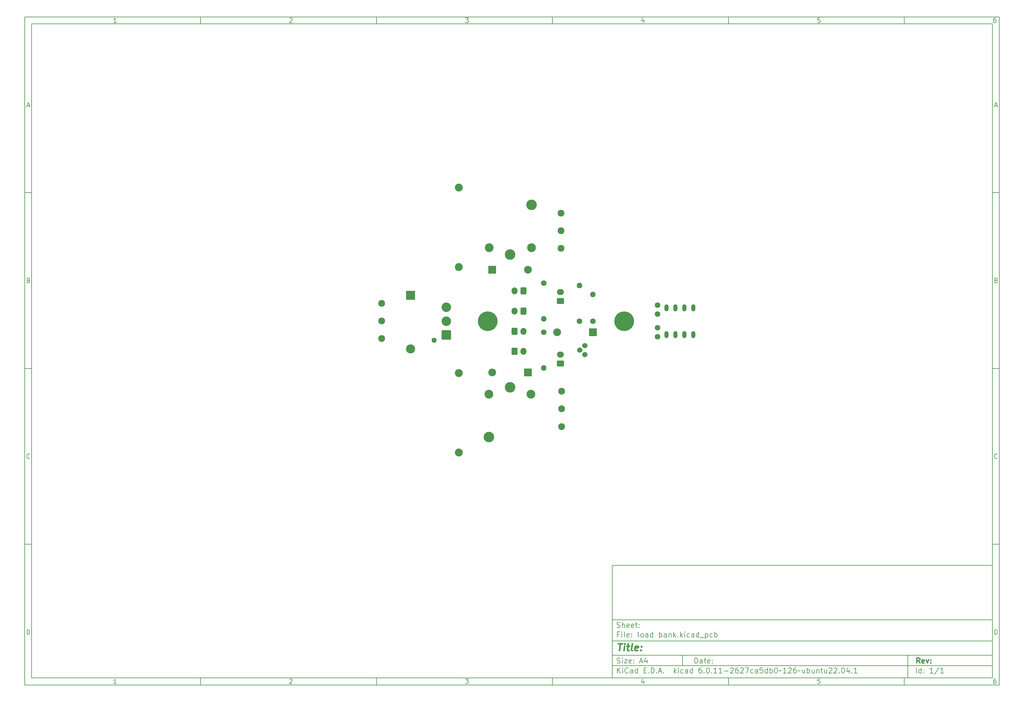
<source format=gbr>
%TF.GenerationSoftware,KiCad,Pcbnew,6.0.11-2627ca5db0~126~ubuntu22.04.1*%
%TF.CreationDate,2023-02-06T20:19:20-05:00*%
%TF.ProjectId,load bank,6c6f6164-2062-4616-9e6b-2e6b69636164,rev?*%
%TF.SameCoordinates,Original*%
%TF.FileFunction,Soldermask,Bot*%
%TF.FilePolarity,Negative*%
%FSLAX46Y46*%
G04 Gerber Fmt 4.6, Leading zero omitted, Abs format (unit mm)*
G04 Created by KiCad (PCBNEW 6.0.11-2627ca5db0~126~ubuntu22.04.1) date 2023-02-06 20:19:20*
%MOMM*%
%LPD*%
G01*
G04 APERTURE LIST*
G04 Aperture macros list*
%AMRoundRect*
0 Rectangle with rounded corners*
0 $1 Rounding radius*
0 $2 $3 $4 $5 $6 $7 $8 $9 X,Y pos of 4 corners*
0 Add a 4 corners polygon primitive as box body*
4,1,4,$2,$3,$4,$5,$6,$7,$8,$9,$2,$3,0*
0 Add four circle primitives for the rounded corners*
1,1,$1+$1,$2,$3*
1,1,$1+$1,$4,$5*
1,1,$1+$1,$6,$7*
1,1,$1+$1,$8,$9*
0 Add four rect primitives between the rounded corners*
20,1,$1+$1,$2,$3,$4,$5,0*
20,1,$1+$1,$4,$5,$6,$7,0*
20,1,$1+$1,$6,$7,$8,$9,0*
20,1,$1+$1,$8,$9,$2,$3,0*%
G04 Aperture macros list end*
%ADD10C,0.100000*%
%ADD11C,0.150000*%
%ADD12C,0.300000*%
%ADD13C,0.400000*%
%ADD14C,1.600000*%
%ADD15O,1.600000X1.600000*%
%ADD16RoundRect,0.250000X0.600000X0.750000X-0.600000X0.750000X-0.600000X-0.750000X0.600000X-0.750000X0*%
%ADD17O,1.700000X2.000000*%
%ADD18RoundRect,0.250000X-0.600000X-0.750000X0.600000X-0.750000X0.600000X0.750000X-0.600000X0.750000X0*%
%ADD19C,3.000000*%
%ADD20C,2.500000*%
%ADD21R,2.600000X2.600000*%
%ADD22O,2.600000X2.600000*%
%ADD23R,2.200000X2.200000*%
%ADD24O,2.200000X2.200000*%
%ADD25RoundRect,0.250000X0.750000X-0.600000X0.750000X0.600000X-0.750000X0.600000X-0.750000X-0.600000X0*%
%ADD26O,2.000000X1.700000*%
%ADD27C,1.950000*%
%ADD28C,2.250000*%
%ADD29C,1.510000*%
%ADD30O,1.200000X2.000000*%
%ADD31C,3.600000*%
%ADD32C,5.600000*%
%ADD33C,1.450000*%
%ADD34RoundRect,0.250001X1.099999X-1.099999X1.099999X1.099999X-1.099999X1.099999X-1.099999X-1.099999X0*%
%ADD35C,2.700000*%
G04 APERTURE END LIST*
D10*
D11*
X177002200Y-166007200D02*
X177002200Y-198007200D01*
X285002200Y-198007200D01*
X285002200Y-166007200D01*
X177002200Y-166007200D01*
D10*
D11*
X10000000Y-10000000D02*
X10000000Y-200007200D01*
X287002200Y-200007200D01*
X287002200Y-10000000D01*
X10000000Y-10000000D01*
D10*
D11*
X12000000Y-12000000D02*
X12000000Y-198007200D01*
X285002200Y-198007200D01*
X285002200Y-12000000D01*
X12000000Y-12000000D01*
D10*
D11*
X60000000Y-12000000D02*
X60000000Y-10000000D01*
D10*
D11*
X110000000Y-12000000D02*
X110000000Y-10000000D01*
D10*
D11*
X160000000Y-12000000D02*
X160000000Y-10000000D01*
D10*
D11*
X210000000Y-12000000D02*
X210000000Y-10000000D01*
D10*
D11*
X260000000Y-12000000D02*
X260000000Y-10000000D01*
D10*
D11*
X36065476Y-11588095D02*
X35322619Y-11588095D01*
X35694047Y-11588095D02*
X35694047Y-10288095D01*
X35570238Y-10473809D01*
X35446428Y-10597619D01*
X35322619Y-10659523D01*
D10*
D11*
X85322619Y-10411904D02*
X85384523Y-10350000D01*
X85508333Y-10288095D01*
X85817857Y-10288095D01*
X85941666Y-10350000D01*
X86003571Y-10411904D01*
X86065476Y-10535714D01*
X86065476Y-10659523D01*
X86003571Y-10845238D01*
X85260714Y-11588095D01*
X86065476Y-11588095D01*
D10*
D11*
X135260714Y-10288095D02*
X136065476Y-10288095D01*
X135632142Y-10783333D01*
X135817857Y-10783333D01*
X135941666Y-10845238D01*
X136003571Y-10907142D01*
X136065476Y-11030952D01*
X136065476Y-11340476D01*
X136003571Y-11464285D01*
X135941666Y-11526190D01*
X135817857Y-11588095D01*
X135446428Y-11588095D01*
X135322619Y-11526190D01*
X135260714Y-11464285D01*
D10*
D11*
X185941666Y-10721428D02*
X185941666Y-11588095D01*
X185632142Y-10226190D02*
X185322619Y-11154761D01*
X186127380Y-11154761D01*
D10*
D11*
X236003571Y-10288095D02*
X235384523Y-10288095D01*
X235322619Y-10907142D01*
X235384523Y-10845238D01*
X235508333Y-10783333D01*
X235817857Y-10783333D01*
X235941666Y-10845238D01*
X236003571Y-10907142D01*
X236065476Y-11030952D01*
X236065476Y-11340476D01*
X236003571Y-11464285D01*
X235941666Y-11526190D01*
X235817857Y-11588095D01*
X235508333Y-11588095D01*
X235384523Y-11526190D01*
X235322619Y-11464285D01*
D10*
D11*
X285941666Y-10288095D02*
X285694047Y-10288095D01*
X285570238Y-10350000D01*
X285508333Y-10411904D01*
X285384523Y-10597619D01*
X285322619Y-10845238D01*
X285322619Y-11340476D01*
X285384523Y-11464285D01*
X285446428Y-11526190D01*
X285570238Y-11588095D01*
X285817857Y-11588095D01*
X285941666Y-11526190D01*
X286003571Y-11464285D01*
X286065476Y-11340476D01*
X286065476Y-11030952D01*
X286003571Y-10907142D01*
X285941666Y-10845238D01*
X285817857Y-10783333D01*
X285570238Y-10783333D01*
X285446428Y-10845238D01*
X285384523Y-10907142D01*
X285322619Y-11030952D01*
D10*
D11*
X60000000Y-198007200D02*
X60000000Y-200007200D01*
D10*
D11*
X110000000Y-198007200D02*
X110000000Y-200007200D01*
D10*
D11*
X160000000Y-198007200D02*
X160000000Y-200007200D01*
D10*
D11*
X210000000Y-198007200D02*
X210000000Y-200007200D01*
D10*
D11*
X260000000Y-198007200D02*
X260000000Y-200007200D01*
D10*
D11*
X36065476Y-199595295D02*
X35322619Y-199595295D01*
X35694047Y-199595295D02*
X35694047Y-198295295D01*
X35570238Y-198481009D01*
X35446428Y-198604819D01*
X35322619Y-198666723D01*
D10*
D11*
X85322619Y-198419104D02*
X85384523Y-198357200D01*
X85508333Y-198295295D01*
X85817857Y-198295295D01*
X85941666Y-198357200D01*
X86003571Y-198419104D01*
X86065476Y-198542914D01*
X86065476Y-198666723D01*
X86003571Y-198852438D01*
X85260714Y-199595295D01*
X86065476Y-199595295D01*
D10*
D11*
X135260714Y-198295295D02*
X136065476Y-198295295D01*
X135632142Y-198790533D01*
X135817857Y-198790533D01*
X135941666Y-198852438D01*
X136003571Y-198914342D01*
X136065476Y-199038152D01*
X136065476Y-199347676D01*
X136003571Y-199471485D01*
X135941666Y-199533390D01*
X135817857Y-199595295D01*
X135446428Y-199595295D01*
X135322619Y-199533390D01*
X135260714Y-199471485D01*
D10*
D11*
X185941666Y-198728628D02*
X185941666Y-199595295D01*
X185632142Y-198233390D02*
X185322619Y-199161961D01*
X186127380Y-199161961D01*
D10*
D11*
X236003571Y-198295295D02*
X235384523Y-198295295D01*
X235322619Y-198914342D01*
X235384523Y-198852438D01*
X235508333Y-198790533D01*
X235817857Y-198790533D01*
X235941666Y-198852438D01*
X236003571Y-198914342D01*
X236065476Y-199038152D01*
X236065476Y-199347676D01*
X236003571Y-199471485D01*
X235941666Y-199533390D01*
X235817857Y-199595295D01*
X235508333Y-199595295D01*
X235384523Y-199533390D01*
X235322619Y-199471485D01*
D10*
D11*
X285941666Y-198295295D02*
X285694047Y-198295295D01*
X285570238Y-198357200D01*
X285508333Y-198419104D01*
X285384523Y-198604819D01*
X285322619Y-198852438D01*
X285322619Y-199347676D01*
X285384523Y-199471485D01*
X285446428Y-199533390D01*
X285570238Y-199595295D01*
X285817857Y-199595295D01*
X285941666Y-199533390D01*
X286003571Y-199471485D01*
X286065476Y-199347676D01*
X286065476Y-199038152D01*
X286003571Y-198914342D01*
X285941666Y-198852438D01*
X285817857Y-198790533D01*
X285570238Y-198790533D01*
X285446428Y-198852438D01*
X285384523Y-198914342D01*
X285322619Y-199038152D01*
D10*
D11*
X10000000Y-60000000D02*
X12000000Y-60000000D01*
D10*
D11*
X10000000Y-110000000D02*
X12000000Y-110000000D01*
D10*
D11*
X10000000Y-160000000D02*
X12000000Y-160000000D01*
D10*
D11*
X10690476Y-35216666D02*
X11309523Y-35216666D01*
X10566666Y-35588095D02*
X11000000Y-34288095D01*
X11433333Y-35588095D01*
D10*
D11*
X11092857Y-84907142D02*
X11278571Y-84969047D01*
X11340476Y-85030952D01*
X11402380Y-85154761D01*
X11402380Y-85340476D01*
X11340476Y-85464285D01*
X11278571Y-85526190D01*
X11154761Y-85588095D01*
X10659523Y-85588095D01*
X10659523Y-84288095D01*
X11092857Y-84288095D01*
X11216666Y-84350000D01*
X11278571Y-84411904D01*
X11340476Y-84535714D01*
X11340476Y-84659523D01*
X11278571Y-84783333D01*
X11216666Y-84845238D01*
X11092857Y-84907142D01*
X10659523Y-84907142D01*
D10*
D11*
X11402380Y-135464285D02*
X11340476Y-135526190D01*
X11154761Y-135588095D01*
X11030952Y-135588095D01*
X10845238Y-135526190D01*
X10721428Y-135402380D01*
X10659523Y-135278571D01*
X10597619Y-135030952D01*
X10597619Y-134845238D01*
X10659523Y-134597619D01*
X10721428Y-134473809D01*
X10845238Y-134350000D01*
X11030952Y-134288095D01*
X11154761Y-134288095D01*
X11340476Y-134350000D01*
X11402380Y-134411904D01*
D10*
D11*
X10659523Y-185588095D02*
X10659523Y-184288095D01*
X10969047Y-184288095D01*
X11154761Y-184350000D01*
X11278571Y-184473809D01*
X11340476Y-184597619D01*
X11402380Y-184845238D01*
X11402380Y-185030952D01*
X11340476Y-185278571D01*
X11278571Y-185402380D01*
X11154761Y-185526190D01*
X10969047Y-185588095D01*
X10659523Y-185588095D01*
D10*
D11*
X287002200Y-60000000D02*
X285002200Y-60000000D01*
D10*
D11*
X287002200Y-110000000D02*
X285002200Y-110000000D01*
D10*
D11*
X287002200Y-160000000D02*
X285002200Y-160000000D01*
D10*
D11*
X285692676Y-35216666D02*
X286311723Y-35216666D01*
X285568866Y-35588095D02*
X286002200Y-34288095D01*
X286435533Y-35588095D01*
D10*
D11*
X286095057Y-84907142D02*
X286280771Y-84969047D01*
X286342676Y-85030952D01*
X286404580Y-85154761D01*
X286404580Y-85340476D01*
X286342676Y-85464285D01*
X286280771Y-85526190D01*
X286156961Y-85588095D01*
X285661723Y-85588095D01*
X285661723Y-84288095D01*
X286095057Y-84288095D01*
X286218866Y-84350000D01*
X286280771Y-84411904D01*
X286342676Y-84535714D01*
X286342676Y-84659523D01*
X286280771Y-84783333D01*
X286218866Y-84845238D01*
X286095057Y-84907142D01*
X285661723Y-84907142D01*
D10*
D11*
X286404580Y-135464285D02*
X286342676Y-135526190D01*
X286156961Y-135588095D01*
X286033152Y-135588095D01*
X285847438Y-135526190D01*
X285723628Y-135402380D01*
X285661723Y-135278571D01*
X285599819Y-135030952D01*
X285599819Y-134845238D01*
X285661723Y-134597619D01*
X285723628Y-134473809D01*
X285847438Y-134350000D01*
X286033152Y-134288095D01*
X286156961Y-134288095D01*
X286342676Y-134350000D01*
X286404580Y-134411904D01*
D10*
D11*
X285661723Y-185588095D02*
X285661723Y-184288095D01*
X285971247Y-184288095D01*
X286156961Y-184350000D01*
X286280771Y-184473809D01*
X286342676Y-184597619D01*
X286404580Y-184845238D01*
X286404580Y-185030952D01*
X286342676Y-185278571D01*
X286280771Y-185402380D01*
X286156961Y-185526190D01*
X285971247Y-185588095D01*
X285661723Y-185588095D01*
D10*
D11*
X200434342Y-193785771D02*
X200434342Y-192285771D01*
X200791485Y-192285771D01*
X201005771Y-192357200D01*
X201148628Y-192500057D01*
X201220057Y-192642914D01*
X201291485Y-192928628D01*
X201291485Y-193142914D01*
X201220057Y-193428628D01*
X201148628Y-193571485D01*
X201005771Y-193714342D01*
X200791485Y-193785771D01*
X200434342Y-193785771D01*
X202577200Y-193785771D02*
X202577200Y-193000057D01*
X202505771Y-192857200D01*
X202362914Y-192785771D01*
X202077200Y-192785771D01*
X201934342Y-192857200D01*
X202577200Y-193714342D02*
X202434342Y-193785771D01*
X202077200Y-193785771D01*
X201934342Y-193714342D01*
X201862914Y-193571485D01*
X201862914Y-193428628D01*
X201934342Y-193285771D01*
X202077200Y-193214342D01*
X202434342Y-193214342D01*
X202577200Y-193142914D01*
X203077200Y-192785771D02*
X203648628Y-192785771D01*
X203291485Y-192285771D02*
X203291485Y-193571485D01*
X203362914Y-193714342D01*
X203505771Y-193785771D01*
X203648628Y-193785771D01*
X204720057Y-193714342D02*
X204577200Y-193785771D01*
X204291485Y-193785771D01*
X204148628Y-193714342D01*
X204077200Y-193571485D01*
X204077200Y-193000057D01*
X204148628Y-192857200D01*
X204291485Y-192785771D01*
X204577200Y-192785771D01*
X204720057Y-192857200D01*
X204791485Y-193000057D01*
X204791485Y-193142914D01*
X204077200Y-193285771D01*
X205434342Y-193642914D02*
X205505771Y-193714342D01*
X205434342Y-193785771D01*
X205362914Y-193714342D01*
X205434342Y-193642914D01*
X205434342Y-193785771D01*
X205434342Y-192857200D02*
X205505771Y-192928628D01*
X205434342Y-193000057D01*
X205362914Y-192928628D01*
X205434342Y-192857200D01*
X205434342Y-193000057D01*
D10*
D11*
X177002200Y-194507200D02*
X285002200Y-194507200D01*
D10*
D11*
X178434342Y-196585771D02*
X178434342Y-195085771D01*
X179291485Y-196585771D02*
X178648628Y-195728628D01*
X179291485Y-195085771D02*
X178434342Y-195942914D01*
X179934342Y-196585771D02*
X179934342Y-195585771D01*
X179934342Y-195085771D02*
X179862914Y-195157200D01*
X179934342Y-195228628D01*
X180005771Y-195157200D01*
X179934342Y-195085771D01*
X179934342Y-195228628D01*
X181505771Y-196442914D02*
X181434342Y-196514342D01*
X181220057Y-196585771D01*
X181077200Y-196585771D01*
X180862914Y-196514342D01*
X180720057Y-196371485D01*
X180648628Y-196228628D01*
X180577200Y-195942914D01*
X180577200Y-195728628D01*
X180648628Y-195442914D01*
X180720057Y-195300057D01*
X180862914Y-195157200D01*
X181077200Y-195085771D01*
X181220057Y-195085771D01*
X181434342Y-195157200D01*
X181505771Y-195228628D01*
X182791485Y-196585771D02*
X182791485Y-195800057D01*
X182720057Y-195657200D01*
X182577200Y-195585771D01*
X182291485Y-195585771D01*
X182148628Y-195657200D01*
X182791485Y-196514342D02*
X182648628Y-196585771D01*
X182291485Y-196585771D01*
X182148628Y-196514342D01*
X182077200Y-196371485D01*
X182077200Y-196228628D01*
X182148628Y-196085771D01*
X182291485Y-196014342D01*
X182648628Y-196014342D01*
X182791485Y-195942914D01*
X184148628Y-196585771D02*
X184148628Y-195085771D01*
X184148628Y-196514342D02*
X184005771Y-196585771D01*
X183720057Y-196585771D01*
X183577200Y-196514342D01*
X183505771Y-196442914D01*
X183434342Y-196300057D01*
X183434342Y-195871485D01*
X183505771Y-195728628D01*
X183577200Y-195657200D01*
X183720057Y-195585771D01*
X184005771Y-195585771D01*
X184148628Y-195657200D01*
X186005771Y-195800057D02*
X186505771Y-195800057D01*
X186720057Y-196585771D02*
X186005771Y-196585771D01*
X186005771Y-195085771D01*
X186720057Y-195085771D01*
X187362914Y-196442914D02*
X187434342Y-196514342D01*
X187362914Y-196585771D01*
X187291485Y-196514342D01*
X187362914Y-196442914D01*
X187362914Y-196585771D01*
X188077200Y-196585771D02*
X188077200Y-195085771D01*
X188434342Y-195085771D01*
X188648628Y-195157200D01*
X188791485Y-195300057D01*
X188862914Y-195442914D01*
X188934342Y-195728628D01*
X188934342Y-195942914D01*
X188862914Y-196228628D01*
X188791485Y-196371485D01*
X188648628Y-196514342D01*
X188434342Y-196585771D01*
X188077200Y-196585771D01*
X189577200Y-196442914D02*
X189648628Y-196514342D01*
X189577200Y-196585771D01*
X189505771Y-196514342D01*
X189577200Y-196442914D01*
X189577200Y-196585771D01*
X190220057Y-196157200D02*
X190934342Y-196157200D01*
X190077200Y-196585771D02*
X190577200Y-195085771D01*
X191077200Y-196585771D01*
X191577200Y-196442914D02*
X191648628Y-196514342D01*
X191577200Y-196585771D01*
X191505771Y-196514342D01*
X191577200Y-196442914D01*
X191577200Y-196585771D01*
X194577200Y-196585771D02*
X194577200Y-195085771D01*
X194720057Y-196014342D02*
X195148628Y-196585771D01*
X195148628Y-195585771D02*
X194577200Y-196157200D01*
X195791485Y-196585771D02*
X195791485Y-195585771D01*
X195791485Y-195085771D02*
X195720057Y-195157200D01*
X195791485Y-195228628D01*
X195862914Y-195157200D01*
X195791485Y-195085771D01*
X195791485Y-195228628D01*
X197148628Y-196514342D02*
X197005771Y-196585771D01*
X196720057Y-196585771D01*
X196577200Y-196514342D01*
X196505771Y-196442914D01*
X196434342Y-196300057D01*
X196434342Y-195871485D01*
X196505771Y-195728628D01*
X196577200Y-195657200D01*
X196720057Y-195585771D01*
X197005771Y-195585771D01*
X197148628Y-195657200D01*
X198434342Y-196585771D02*
X198434342Y-195800057D01*
X198362914Y-195657200D01*
X198220057Y-195585771D01*
X197934342Y-195585771D01*
X197791485Y-195657200D01*
X198434342Y-196514342D02*
X198291485Y-196585771D01*
X197934342Y-196585771D01*
X197791485Y-196514342D01*
X197720057Y-196371485D01*
X197720057Y-196228628D01*
X197791485Y-196085771D01*
X197934342Y-196014342D01*
X198291485Y-196014342D01*
X198434342Y-195942914D01*
X199791485Y-196585771D02*
X199791485Y-195085771D01*
X199791485Y-196514342D02*
X199648628Y-196585771D01*
X199362914Y-196585771D01*
X199220057Y-196514342D01*
X199148628Y-196442914D01*
X199077200Y-196300057D01*
X199077200Y-195871485D01*
X199148628Y-195728628D01*
X199220057Y-195657200D01*
X199362914Y-195585771D01*
X199648628Y-195585771D01*
X199791485Y-195657200D01*
X202291485Y-195085771D02*
X202005771Y-195085771D01*
X201862914Y-195157200D01*
X201791485Y-195228628D01*
X201648628Y-195442914D01*
X201577200Y-195728628D01*
X201577200Y-196300057D01*
X201648628Y-196442914D01*
X201720057Y-196514342D01*
X201862914Y-196585771D01*
X202148628Y-196585771D01*
X202291485Y-196514342D01*
X202362914Y-196442914D01*
X202434342Y-196300057D01*
X202434342Y-195942914D01*
X202362914Y-195800057D01*
X202291485Y-195728628D01*
X202148628Y-195657200D01*
X201862914Y-195657200D01*
X201720057Y-195728628D01*
X201648628Y-195800057D01*
X201577200Y-195942914D01*
X203077200Y-196442914D02*
X203148628Y-196514342D01*
X203077200Y-196585771D01*
X203005771Y-196514342D01*
X203077200Y-196442914D01*
X203077200Y-196585771D01*
X204077200Y-195085771D02*
X204220057Y-195085771D01*
X204362914Y-195157200D01*
X204434342Y-195228628D01*
X204505771Y-195371485D01*
X204577200Y-195657200D01*
X204577200Y-196014342D01*
X204505771Y-196300057D01*
X204434342Y-196442914D01*
X204362914Y-196514342D01*
X204220057Y-196585771D01*
X204077200Y-196585771D01*
X203934342Y-196514342D01*
X203862914Y-196442914D01*
X203791485Y-196300057D01*
X203720057Y-196014342D01*
X203720057Y-195657200D01*
X203791485Y-195371485D01*
X203862914Y-195228628D01*
X203934342Y-195157200D01*
X204077200Y-195085771D01*
X205220057Y-196442914D02*
X205291485Y-196514342D01*
X205220057Y-196585771D01*
X205148628Y-196514342D01*
X205220057Y-196442914D01*
X205220057Y-196585771D01*
X206720057Y-196585771D02*
X205862914Y-196585771D01*
X206291485Y-196585771D02*
X206291485Y-195085771D01*
X206148628Y-195300057D01*
X206005771Y-195442914D01*
X205862914Y-195514342D01*
X208148628Y-196585771D02*
X207291485Y-196585771D01*
X207720057Y-196585771D02*
X207720057Y-195085771D01*
X207577200Y-195300057D01*
X207434342Y-195442914D01*
X207291485Y-195514342D01*
X208791485Y-196014342D02*
X209934342Y-196014342D01*
X210577200Y-195228628D02*
X210648628Y-195157200D01*
X210791485Y-195085771D01*
X211148628Y-195085771D01*
X211291485Y-195157200D01*
X211362914Y-195228628D01*
X211434342Y-195371485D01*
X211434342Y-195514342D01*
X211362914Y-195728628D01*
X210505771Y-196585771D01*
X211434342Y-196585771D01*
X212720057Y-195085771D02*
X212434342Y-195085771D01*
X212291485Y-195157200D01*
X212220057Y-195228628D01*
X212077200Y-195442914D01*
X212005771Y-195728628D01*
X212005771Y-196300057D01*
X212077200Y-196442914D01*
X212148628Y-196514342D01*
X212291485Y-196585771D01*
X212577200Y-196585771D01*
X212720057Y-196514342D01*
X212791485Y-196442914D01*
X212862914Y-196300057D01*
X212862914Y-195942914D01*
X212791485Y-195800057D01*
X212720057Y-195728628D01*
X212577200Y-195657200D01*
X212291485Y-195657200D01*
X212148628Y-195728628D01*
X212077200Y-195800057D01*
X212005771Y-195942914D01*
X213434342Y-195228628D02*
X213505771Y-195157200D01*
X213648628Y-195085771D01*
X214005771Y-195085771D01*
X214148628Y-195157200D01*
X214220057Y-195228628D01*
X214291485Y-195371485D01*
X214291485Y-195514342D01*
X214220057Y-195728628D01*
X213362914Y-196585771D01*
X214291485Y-196585771D01*
X214791485Y-195085771D02*
X215791485Y-195085771D01*
X215148628Y-196585771D01*
X217005771Y-196514342D02*
X216862914Y-196585771D01*
X216577200Y-196585771D01*
X216434342Y-196514342D01*
X216362914Y-196442914D01*
X216291485Y-196300057D01*
X216291485Y-195871485D01*
X216362914Y-195728628D01*
X216434342Y-195657200D01*
X216577200Y-195585771D01*
X216862914Y-195585771D01*
X217005771Y-195657200D01*
X218291485Y-196585771D02*
X218291485Y-195800057D01*
X218220057Y-195657200D01*
X218077200Y-195585771D01*
X217791485Y-195585771D01*
X217648628Y-195657200D01*
X218291485Y-196514342D02*
X218148628Y-196585771D01*
X217791485Y-196585771D01*
X217648628Y-196514342D01*
X217577200Y-196371485D01*
X217577200Y-196228628D01*
X217648628Y-196085771D01*
X217791485Y-196014342D01*
X218148628Y-196014342D01*
X218291485Y-195942914D01*
X219720057Y-195085771D02*
X219005771Y-195085771D01*
X218934342Y-195800057D01*
X219005771Y-195728628D01*
X219148628Y-195657200D01*
X219505771Y-195657200D01*
X219648628Y-195728628D01*
X219720057Y-195800057D01*
X219791485Y-195942914D01*
X219791485Y-196300057D01*
X219720057Y-196442914D01*
X219648628Y-196514342D01*
X219505771Y-196585771D01*
X219148628Y-196585771D01*
X219005771Y-196514342D01*
X218934342Y-196442914D01*
X221077200Y-196585771D02*
X221077200Y-195085771D01*
X221077200Y-196514342D02*
X220934342Y-196585771D01*
X220648628Y-196585771D01*
X220505771Y-196514342D01*
X220434342Y-196442914D01*
X220362914Y-196300057D01*
X220362914Y-195871485D01*
X220434342Y-195728628D01*
X220505771Y-195657200D01*
X220648628Y-195585771D01*
X220934342Y-195585771D01*
X221077200Y-195657200D01*
X221791485Y-196585771D02*
X221791485Y-195085771D01*
X221791485Y-195657200D02*
X221934342Y-195585771D01*
X222220057Y-195585771D01*
X222362914Y-195657200D01*
X222434342Y-195728628D01*
X222505771Y-195871485D01*
X222505771Y-196300057D01*
X222434342Y-196442914D01*
X222362914Y-196514342D01*
X222220057Y-196585771D01*
X221934342Y-196585771D01*
X221791485Y-196514342D01*
X223434342Y-195085771D02*
X223577200Y-195085771D01*
X223720057Y-195157200D01*
X223791485Y-195228628D01*
X223862914Y-195371485D01*
X223934342Y-195657200D01*
X223934342Y-196014342D01*
X223862914Y-196300057D01*
X223791485Y-196442914D01*
X223720057Y-196514342D01*
X223577200Y-196585771D01*
X223434342Y-196585771D01*
X223291485Y-196514342D01*
X223220057Y-196442914D01*
X223148628Y-196300057D01*
X223077200Y-196014342D01*
X223077200Y-195657200D01*
X223148628Y-195371485D01*
X223220057Y-195228628D01*
X223291485Y-195157200D01*
X223434342Y-195085771D01*
X224362914Y-196014342D02*
X224434342Y-195942914D01*
X224577200Y-195871485D01*
X224862914Y-196014342D01*
X225005771Y-195942914D01*
X225077200Y-195871485D01*
X226434342Y-196585771D02*
X225577200Y-196585771D01*
X226005771Y-196585771D02*
X226005771Y-195085771D01*
X225862914Y-195300057D01*
X225720057Y-195442914D01*
X225577200Y-195514342D01*
X227005771Y-195228628D02*
X227077200Y-195157200D01*
X227220057Y-195085771D01*
X227577200Y-195085771D01*
X227720057Y-195157200D01*
X227791485Y-195228628D01*
X227862914Y-195371485D01*
X227862914Y-195514342D01*
X227791485Y-195728628D01*
X226934342Y-196585771D01*
X227862914Y-196585771D01*
X229148628Y-195085771D02*
X228862914Y-195085771D01*
X228720057Y-195157200D01*
X228648628Y-195228628D01*
X228505771Y-195442914D01*
X228434342Y-195728628D01*
X228434342Y-196300057D01*
X228505771Y-196442914D01*
X228577199Y-196514342D01*
X228720057Y-196585771D01*
X229005771Y-196585771D01*
X229148628Y-196514342D01*
X229220057Y-196442914D01*
X229291485Y-196300057D01*
X229291485Y-195942914D01*
X229220057Y-195800057D01*
X229148628Y-195728628D01*
X229005771Y-195657200D01*
X228720057Y-195657200D01*
X228577199Y-195728628D01*
X228505771Y-195800057D01*
X228434342Y-195942914D01*
X229720057Y-196014342D02*
X229791485Y-195942914D01*
X229934342Y-195871485D01*
X230220057Y-196014342D01*
X230362914Y-195942914D01*
X230434342Y-195871485D01*
X231648628Y-195585771D02*
X231648628Y-196585771D01*
X231005771Y-195585771D02*
X231005771Y-196371485D01*
X231077199Y-196514342D01*
X231220057Y-196585771D01*
X231434342Y-196585771D01*
X231577199Y-196514342D01*
X231648628Y-196442914D01*
X232362914Y-196585771D02*
X232362914Y-195085771D01*
X232362914Y-195657200D02*
X232505771Y-195585771D01*
X232791485Y-195585771D01*
X232934342Y-195657200D01*
X233005771Y-195728628D01*
X233077200Y-195871485D01*
X233077200Y-196300057D01*
X233005771Y-196442914D01*
X232934342Y-196514342D01*
X232791485Y-196585771D01*
X232505771Y-196585771D01*
X232362914Y-196514342D01*
X234362914Y-195585771D02*
X234362914Y-196585771D01*
X233720057Y-195585771D02*
X233720057Y-196371485D01*
X233791485Y-196514342D01*
X233934342Y-196585771D01*
X234148628Y-196585771D01*
X234291485Y-196514342D01*
X234362914Y-196442914D01*
X235077200Y-195585771D02*
X235077200Y-196585771D01*
X235077200Y-195728628D02*
X235148628Y-195657200D01*
X235291485Y-195585771D01*
X235505771Y-195585771D01*
X235648628Y-195657200D01*
X235720057Y-195800057D01*
X235720057Y-196585771D01*
X236220057Y-195585771D02*
X236791485Y-195585771D01*
X236434342Y-195085771D02*
X236434342Y-196371485D01*
X236505771Y-196514342D01*
X236648628Y-196585771D01*
X236791485Y-196585771D01*
X237934342Y-195585771D02*
X237934342Y-196585771D01*
X237291485Y-195585771D02*
X237291485Y-196371485D01*
X237362914Y-196514342D01*
X237505771Y-196585771D01*
X237720057Y-196585771D01*
X237862914Y-196514342D01*
X237934342Y-196442914D01*
X238577200Y-195228628D02*
X238648628Y-195157200D01*
X238791485Y-195085771D01*
X239148628Y-195085771D01*
X239291485Y-195157200D01*
X239362914Y-195228628D01*
X239434342Y-195371485D01*
X239434342Y-195514342D01*
X239362914Y-195728628D01*
X238505771Y-196585771D01*
X239434342Y-196585771D01*
X240005771Y-195228628D02*
X240077200Y-195157200D01*
X240220057Y-195085771D01*
X240577200Y-195085771D01*
X240720057Y-195157200D01*
X240791485Y-195228628D01*
X240862914Y-195371485D01*
X240862914Y-195514342D01*
X240791485Y-195728628D01*
X239934342Y-196585771D01*
X240862914Y-196585771D01*
X241505771Y-196442914D02*
X241577199Y-196514342D01*
X241505771Y-196585771D01*
X241434342Y-196514342D01*
X241505771Y-196442914D01*
X241505771Y-196585771D01*
X242505771Y-195085771D02*
X242648628Y-195085771D01*
X242791485Y-195157200D01*
X242862914Y-195228628D01*
X242934342Y-195371485D01*
X243005771Y-195657200D01*
X243005771Y-196014342D01*
X242934342Y-196300057D01*
X242862914Y-196442914D01*
X242791485Y-196514342D01*
X242648628Y-196585771D01*
X242505771Y-196585771D01*
X242362914Y-196514342D01*
X242291485Y-196442914D01*
X242220057Y-196300057D01*
X242148628Y-196014342D01*
X242148628Y-195657200D01*
X242220057Y-195371485D01*
X242291485Y-195228628D01*
X242362914Y-195157200D01*
X242505771Y-195085771D01*
X244291485Y-195585771D02*
X244291485Y-196585771D01*
X243934342Y-195014342D02*
X243577199Y-196085771D01*
X244505771Y-196085771D01*
X245077199Y-196442914D02*
X245148628Y-196514342D01*
X245077199Y-196585771D01*
X245005771Y-196514342D01*
X245077199Y-196442914D01*
X245077199Y-196585771D01*
X246577200Y-196585771D02*
X245720057Y-196585771D01*
X246148628Y-196585771D02*
X246148628Y-195085771D01*
X246005771Y-195300057D01*
X245862914Y-195442914D01*
X245720057Y-195514342D01*
D10*
D11*
X177002200Y-191507200D02*
X285002200Y-191507200D01*
D10*
D12*
X264411485Y-193785771D02*
X263911485Y-193071485D01*
X263554342Y-193785771D02*
X263554342Y-192285771D01*
X264125771Y-192285771D01*
X264268628Y-192357200D01*
X264340057Y-192428628D01*
X264411485Y-192571485D01*
X264411485Y-192785771D01*
X264340057Y-192928628D01*
X264268628Y-193000057D01*
X264125771Y-193071485D01*
X263554342Y-193071485D01*
X265625771Y-193714342D02*
X265482914Y-193785771D01*
X265197200Y-193785771D01*
X265054342Y-193714342D01*
X264982914Y-193571485D01*
X264982914Y-193000057D01*
X265054342Y-192857200D01*
X265197200Y-192785771D01*
X265482914Y-192785771D01*
X265625771Y-192857200D01*
X265697200Y-193000057D01*
X265697200Y-193142914D01*
X264982914Y-193285771D01*
X266197200Y-192785771D02*
X266554342Y-193785771D01*
X266911485Y-192785771D01*
X267482914Y-193642914D02*
X267554342Y-193714342D01*
X267482914Y-193785771D01*
X267411485Y-193714342D01*
X267482914Y-193642914D01*
X267482914Y-193785771D01*
X267482914Y-192857200D02*
X267554342Y-192928628D01*
X267482914Y-193000057D01*
X267411485Y-192928628D01*
X267482914Y-192857200D01*
X267482914Y-193000057D01*
D10*
D11*
X178362914Y-193714342D02*
X178577200Y-193785771D01*
X178934342Y-193785771D01*
X179077200Y-193714342D01*
X179148628Y-193642914D01*
X179220057Y-193500057D01*
X179220057Y-193357200D01*
X179148628Y-193214342D01*
X179077200Y-193142914D01*
X178934342Y-193071485D01*
X178648628Y-193000057D01*
X178505771Y-192928628D01*
X178434342Y-192857200D01*
X178362914Y-192714342D01*
X178362914Y-192571485D01*
X178434342Y-192428628D01*
X178505771Y-192357200D01*
X178648628Y-192285771D01*
X179005771Y-192285771D01*
X179220057Y-192357200D01*
X179862914Y-193785771D02*
X179862914Y-192785771D01*
X179862914Y-192285771D02*
X179791485Y-192357200D01*
X179862914Y-192428628D01*
X179934342Y-192357200D01*
X179862914Y-192285771D01*
X179862914Y-192428628D01*
X180434342Y-192785771D02*
X181220057Y-192785771D01*
X180434342Y-193785771D01*
X181220057Y-193785771D01*
X182362914Y-193714342D02*
X182220057Y-193785771D01*
X181934342Y-193785771D01*
X181791485Y-193714342D01*
X181720057Y-193571485D01*
X181720057Y-193000057D01*
X181791485Y-192857200D01*
X181934342Y-192785771D01*
X182220057Y-192785771D01*
X182362914Y-192857200D01*
X182434342Y-193000057D01*
X182434342Y-193142914D01*
X181720057Y-193285771D01*
X183077200Y-193642914D02*
X183148628Y-193714342D01*
X183077200Y-193785771D01*
X183005771Y-193714342D01*
X183077200Y-193642914D01*
X183077200Y-193785771D01*
X183077200Y-192857200D02*
X183148628Y-192928628D01*
X183077200Y-193000057D01*
X183005771Y-192928628D01*
X183077200Y-192857200D01*
X183077200Y-193000057D01*
X184862914Y-193357200D02*
X185577200Y-193357200D01*
X184720057Y-193785771D02*
X185220057Y-192285771D01*
X185720057Y-193785771D01*
X186862914Y-192785771D02*
X186862914Y-193785771D01*
X186505771Y-192214342D02*
X186148628Y-193285771D01*
X187077200Y-193285771D01*
D10*
D11*
X263434342Y-196585771D02*
X263434342Y-195085771D01*
X264791485Y-196585771D02*
X264791485Y-195085771D01*
X264791485Y-196514342D02*
X264648628Y-196585771D01*
X264362914Y-196585771D01*
X264220057Y-196514342D01*
X264148628Y-196442914D01*
X264077200Y-196300057D01*
X264077200Y-195871485D01*
X264148628Y-195728628D01*
X264220057Y-195657200D01*
X264362914Y-195585771D01*
X264648628Y-195585771D01*
X264791485Y-195657200D01*
X265505771Y-196442914D02*
X265577200Y-196514342D01*
X265505771Y-196585771D01*
X265434342Y-196514342D01*
X265505771Y-196442914D01*
X265505771Y-196585771D01*
X265505771Y-195657200D02*
X265577200Y-195728628D01*
X265505771Y-195800057D01*
X265434342Y-195728628D01*
X265505771Y-195657200D01*
X265505771Y-195800057D01*
X268148628Y-196585771D02*
X267291485Y-196585771D01*
X267720057Y-196585771D02*
X267720057Y-195085771D01*
X267577200Y-195300057D01*
X267434342Y-195442914D01*
X267291485Y-195514342D01*
X269862914Y-195014342D02*
X268577200Y-196942914D01*
X271148628Y-196585771D02*
X270291485Y-196585771D01*
X270720057Y-196585771D02*
X270720057Y-195085771D01*
X270577200Y-195300057D01*
X270434342Y-195442914D01*
X270291485Y-195514342D01*
D10*
D11*
X177002200Y-187507200D02*
X285002200Y-187507200D01*
D10*
D13*
X178714580Y-188211961D02*
X179857438Y-188211961D01*
X179036009Y-190211961D02*
X179286009Y-188211961D01*
X180274104Y-190211961D02*
X180440771Y-188878628D01*
X180524104Y-188211961D02*
X180416961Y-188307200D01*
X180500295Y-188402438D01*
X180607438Y-188307200D01*
X180524104Y-188211961D01*
X180500295Y-188402438D01*
X181107438Y-188878628D02*
X181869342Y-188878628D01*
X181476485Y-188211961D02*
X181262200Y-189926247D01*
X181333628Y-190116723D01*
X181512200Y-190211961D01*
X181702676Y-190211961D01*
X182655057Y-190211961D02*
X182476485Y-190116723D01*
X182405057Y-189926247D01*
X182619342Y-188211961D01*
X184190771Y-190116723D02*
X183988390Y-190211961D01*
X183607438Y-190211961D01*
X183428866Y-190116723D01*
X183357438Y-189926247D01*
X183452676Y-189164342D01*
X183571723Y-188973866D01*
X183774104Y-188878628D01*
X184155057Y-188878628D01*
X184333628Y-188973866D01*
X184405057Y-189164342D01*
X184381247Y-189354819D01*
X183405057Y-189545295D01*
X185155057Y-190021485D02*
X185238390Y-190116723D01*
X185131247Y-190211961D01*
X185047914Y-190116723D01*
X185155057Y-190021485D01*
X185131247Y-190211961D01*
X185286009Y-188973866D02*
X185369342Y-189069104D01*
X185262200Y-189164342D01*
X185178866Y-189069104D01*
X185286009Y-188973866D01*
X185262200Y-189164342D01*
D10*
D11*
X178934342Y-185600057D02*
X178434342Y-185600057D01*
X178434342Y-186385771D02*
X178434342Y-184885771D01*
X179148628Y-184885771D01*
X179720057Y-186385771D02*
X179720057Y-185385771D01*
X179720057Y-184885771D02*
X179648628Y-184957200D01*
X179720057Y-185028628D01*
X179791485Y-184957200D01*
X179720057Y-184885771D01*
X179720057Y-185028628D01*
X180648628Y-186385771D02*
X180505771Y-186314342D01*
X180434342Y-186171485D01*
X180434342Y-184885771D01*
X181791485Y-186314342D02*
X181648628Y-186385771D01*
X181362914Y-186385771D01*
X181220057Y-186314342D01*
X181148628Y-186171485D01*
X181148628Y-185600057D01*
X181220057Y-185457200D01*
X181362914Y-185385771D01*
X181648628Y-185385771D01*
X181791485Y-185457200D01*
X181862914Y-185600057D01*
X181862914Y-185742914D01*
X181148628Y-185885771D01*
X182505771Y-186242914D02*
X182577200Y-186314342D01*
X182505771Y-186385771D01*
X182434342Y-186314342D01*
X182505771Y-186242914D01*
X182505771Y-186385771D01*
X182505771Y-185457200D02*
X182577200Y-185528628D01*
X182505771Y-185600057D01*
X182434342Y-185528628D01*
X182505771Y-185457200D01*
X182505771Y-185600057D01*
X184577200Y-186385771D02*
X184434342Y-186314342D01*
X184362914Y-186171485D01*
X184362914Y-184885771D01*
X185362914Y-186385771D02*
X185220057Y-186314342D01*
X185148628Y-186242914D01*
X185077200Y-186100057D01*
X185077200Y-185671485D01*
X185148628Y-185528628D01*
X185220057Y-185457200D01*
X185362914Y-185385771D01*
X185577200Y-185385771D01*
X185720057Y-185457200D01*
X185791485Y-185528628D01*
X185862914Y-185671485D01*
X185862914Y-186100057D01*
X185791485Y-186242914D01*
X185720057Y-186314342D01*
X185577200Y-186385771D01*
X185362914Y-186385771D01*
X187148628Y-186385771D02*
X187148628Y-185600057D01*
X187077200Y-185457200D01*
X186934342Y-185385771D01*
X186648628Y-185385771D01*
X186505771Y-185457200D01*
X187148628Y-186314342D02*
X187005771Y-186385771D01*
X186648628Y-186385771D01*
X186505771Y-186314342D01*
X186434342Y-186171485D01*
X186434342Y-186028628D01*
X186505771Y-185885771D01*
X186648628Y-185814342D01*
X187005771Y-185814342D01*
X187148628Y-185742914D01*
X188505771Y-186385771D02*
X188505771Y-184885771D01*
X188505771Y-186314342D02*
X188362914Y-186385771D01*
X188077200Y-186385771D01*
X187934342Y-186314342D01*
X187862914Y-186242914D01*
X187791485Y-186100057D01*
X187791485Y-185671485D01*
X187862914Y-185528628D01*
X187934342Y-185457200D01*
X188077200Y-185385771D01*
X188362914Y-185385771D01*
X188505771Y-185457200D01*
X190362914Y-186385771D02*
X190362914Y-184885771D01*
X190362914Y-185457200D02*
X190505771Y-185385771D01*
X190791485Y-185385771D01*
X190934342Y-185457200D01*
X191005771Y-185528628D01*
X191077200Y-185671485D01*
X191077200Y-186100057D01*
X191005771Y-186242914D01*
X190934342Y-186314342D01*
X190791485Y-186385771D01*
X190505771Y-186385771D01*
X190362914Y-186314342D01*
X192362914Y-186385771D02*
X192362914Y-185600057D01*
X192291485Y-185457200D01*
X192148628Y-185385771D01*
X191862914Y-185385771D01*
X191720057Y-185457200D01*
X192362914Y-186314342D02*
X192220057Y-186385771D01*
X191862914Y-186385771D01*
X191720057Y-186314342D01*
X191648628Y-186171485D01*
X191648628Y-186028628D01*
X191720057Y-185885771D01*
X191862914Y-185814342D01*
X192220057Y-185814342D01*
X192362914Y-185742914D01*
X193077200Y-185385771D02*
X193077200Y-186385771D01*
X193077200Y-185528628D02*
X193148628Y-185457200D01*
X193291485Y-185385771D01*
X193505771Y-185385771D01*
X193648628Y-185457200D01*
X193720057Y-185600057D01*
X193720057Y-186385771D01*
X194434342Y-186385771D02*
X194434342Y-184885771D01*
X194577200Y-185814342D02*
X195005771Y-186385771D01*
X195005771Y-185385771D02*
X194434342Y-185957200D01*
X195648628Y-186242914D02*
X195720057Y-186314342D01*
X195648628Y-186385771D01*
X195577200Y-186314342D01*
X195648628Y-186242914D01*
X195648628Y-186385771D01*
X196362914Y-186385771D02*
X196362914Y-184885771D01*
X196505771Y-185814342D02*
X196934342Y-186385771D01*
X196934342Y-185385771D02*
X196362914Y-185957200D01*
X197577200Y-186385771D02*
X197577200Y-185385771D01*
X197577200Y-184885771D02*
X197505771Y-184957200D01*
X197577200Y-185028628D01*
X197648628Y-184957200D01*
X197577200Y-184885771D01*
X197577200Y-185028628D01*
X198934342Y-186314342D02*
X198791485Y-186385771D01*
X198505771Y-186385771D01*
X198362914Y-186314342D01*
X198291485Y-186242914D01*
X198220057Y-186100057D01*
X198220057Y-185671485D01*
X198291485Y-185528628D01*
X198362914Y-185457200D01*
X198505771Y-185385771D01*
X198791485Y-185385771D01*
X198934342Y-185457200D01*
X200220057Y-186385771D02*
X200220057Y-185600057D01*
X200148628Y-185457200D01*
X200005771Y-185385771D01*
X199720057Y-185385771D01*
X199577200Y-185457200D01*
X200220057Y-186314342D02*
X200077200Y-186385771D01*
X199720057Y-186385771D01*
X199577200Y-186314342D01*
X199505771Y-186171485D01*
X199505771Y-186028628D01*
X199577200Y-185885771D01*
X199720057Y-185814342D01*
X200077200Y-185814342D01*
X200220057Y-185742914D01*
X201577200Y-186385771D02*
X201577200Y-184885771D01*
X201577200Y-186314342D02*
X201434342Y-186385771D01*
X201148628Y-186385771D01*
X201005771Y-186314342D01*
X200934342Y-186242914D01*
X200862914Y-186100057D01*
X200862914Y-185671485D01*
X200934342Y-185528628D01*
X201005771Y-185457200D01*
X201148628Y-185385771D01*
X201434342Y-185385771D01*
X201577200Y-185457200D01*
X201934342Y-186528628D02*
X203077200Y-186528628D01*
X203434342Y-185385771D02*
X203434342Y-186885771D01*
X203434342Y-185457200D02*
X203577200Y-185385771D01*
X203862914Y-185385771D01*
X204005771Y-185457200D01*
X204077200Y-185528628D01*
X204148628Y-185671485D01*
X204148628Y-186100057D01*
X204077200Y-186242914D01*
X204005771Y-186314342D01*
X203862914Y-186385771D01*
X203577200Y-186385771D01*
X203434342Y-186314342D01*
X205434342Y-186314342D02*
X205291485Y-186385771D01*
X205005771Y-186385771D01*
X204862914Y-186314342D01*
X204791485Y-186242914D01*
X204720057Y-186100057D01*
X204720057Y-185671485D01*
X204791485Y-185528628D01*
X204862914Y-185457200D01*
X205005771Y-185385771D01*
X205291485Y-185385771D01*
X205434342Y-185457200D01*
X206077200Y-186385771D02*
X206077200Y-184885771D01*
X206077200Y-185457200D02*
X206220057Y-185385771D01*
X206505771Y-185385771D01*
X206648628Y-185457200D01*
X206720057Y-185528628D01*
X206791485Y-185671485D01*
X206791485Y-186100057D01*
X206720057Y-186242914D01*
X206648628Y-186314342D01*
X206505771Y-186385771D01*
X206220057Y-186385771D01*
X206077200Y-186314342D01*
D10*
D11*
X177002200Y-181507200D02*
X285002200Y-181507200D01*
D10*
D11*
X178362914Y-183614342D02*
X178577200Y-183685771D01*
X178934342Y-183685771D01*
X179077200Y-183614342D01*
X179148628Y-183542914D01*
X179220057Y-183400057D01*
X179220057Y-183257200D01*
X179148628Y-183114342D01*
X179077200Y-183042914D01*
X178934342Y-182971485D01*
X178648628Y-182900057D01*
X178505771Y-182828628D01*
X178434342Y-182757200D01*
X178362914Y-182614342D01*
X178362914Y-182471485D01*
X178434342Y-182328628D01*
X178505771Y-182257200D01*
X178648628Y-182185771D01*
X179005771Y-182185771D01*
X179220057Y-182257200D01*
X179862914Y-183685771D02*
X179862914Y-182185771D01*
X180505771Y-183685771D02*
X180505771Y-182900057D01*
X180434342Y-182757200D01*
X180291485Y-182685771D01*
X180077200Y-182685771D01*
X179934342Y-182757200D01*
X179862914Y-182828628D01*
X181791485Y-183614342D02*
X181648628Y-183685771D01*
X181362914Y-183685771D01*
X181220057Y-183614342D01*
X181148628Y-183471485D01*
X181148628Y-182900057D01*
X181220057Y-182757200D01*
X181362914Y-182685771D01*
X181648628Y-182685771D01*
X181791485Y-182757200D01*
X181862914Y-182900057D01*
X181862914Y-183042914D01*
X181148628Y-183185771D01*
X183077200Y-183614342D02*
X182934342Y-183685771D01*
X182648628Y-183685771D01*
X182505771Y-183614342D01*
X182434342Y-183471485D01*
X182434342Y-182900057D01*
X182505771Y-182757200D01*
X182648628Y-182685771D01*
X182934342Y-182685771D01*
X183077200Y-182757200D01*
X183148628Y-182900057D01*
X183148628Y-183042914D01*
X182434342Y-183185771D01*
X183577200Y-182685771D02*
X184148628Y-182685771D01*
X183791485Y-182185771D02*
X183791485Y-183471485D01*
X183862914Y-183614342D01*
X184005771Y-183685771D01*
X184148628Y-183685771D01*
X184648628Y-183542914D02*
X184720057Y-183614342D01*
X184648628Y-183685771D01*
X184577200Y-183614342D01*
X184648628Y-183542914D01*
X184648628Y-183685771D01*
X184648628Y-182757200D02*
X184720057Y-182828628D01*
X184648628Y-182900057D01*
X184577200Y-182828628D01*
X184648628Y-182757200D01*
X184648628Y-182900057D01*
D10*
D12*
D10*
D11*
D10*
D11*
D10*
D11*
D10*
D11*
D10*
D11*
X197002200Y-191507200D02*
X197002200Y-194507200D01*
D10*
D11*
X261002200Y-191507200D02*
X261002200Y-198007200D01*
D14*
%TO.C,R3*%
X157480000Y-85725000D03*
D15*
X157480000Y-95885000D03*
%TD*%
D14*
%TO.C,C2*%
X189865000Y-92000000D03*
X189865000Y-94500000D03*
%TD*%
D16*
%TO.C,J1*%
X151745000Y-87930000D03*
D17*
X149245000Y-87930000D03*
%TD*%
D18*
%TO.C,J8*%
X149245000Y-99395000D03*
D17*
X151745000Y-99395000D03*
%TD*%
D19*
%TO.C,K2*%
X147955000Y-115325000D03*
D20*
X141905000Y-117275000D03*
D19*
X141905000Y-129475000D03*
D20*
X153905000Y-117275000D03*
%TD*%
D21*
%TO.C,D1*%
X119634000Y-89154000D03*
D22*
X119634000Y-104394000D03*
%TD*%
D18*
%TO.C,J10*%
X149245000Y-105110000D03*
D17*
X151745000Y-105110000D03*
%TD*%
D19*
%TO.C,K1*%
X147955000Y-77580000D03*
D20*
X154005000Y-75630000D03*
D19*
X154005000Y-63430000D03*
D20*
X142005000Y-75630000D03*
%TD*%
D23*
%TO.C,D4*%
X153035000Y-111125000D03*
D24*
X142875000Y-111125000D03*
%TD*%
D14*
%TO.C,R5*%
X167640000Y-96540000D03*
D15*
X167640000Y-86380000D03*
%TD*%
D14*
%TO.C,R4*%
X157480000Y-99695000D03*
D15*
X157480000Y-109855000D03*
%TD*%
D25*
%TO.C,J6*%
X162260000Y-108565000D03*
D26*
X162260000Y-106065000D03*
%TD*%
D27*
%TO.C,J11*%
X162456800Y-75827900D03*
X162456800Y-70827900D03*
X162456800Y-65827900D03*
%TD*%
D28*
%TO.C,J7*%
X133350000Y-81150000D03*
X133350000Y-58550000D03*
%TD*%
D29*
%TO.C,Q1*%
X169210453Y-106065000D03*
X167790453Y-104795000D03*
X169210453Y-103525000D03*
%TD*%
D27*
%TO.C,J12*%
X162560000Y-126480800D03*
X162560000Y-121480800D03*
X162560000Y-116480800D03*
%TD*%
D25*
%TO.C,J5*%
X162260000Y-90785000D03*
D26*
X162260000Y-88285000D03*
%TD*%
D16*
%TO.C,J4*%
X151745000Y-93645000D03*
D17*
X149245000Y-93645000D03*
%TD*%
D30*
%TO.C,U1*%
X200025000Y-92710000D03*
X197485000Y-92710000D03*
X194945000Y-92710000D03*
X192405000Y-92710000D03*
X192405000Y-100330000D03*
X194945000Y-100330000D03*
X197485000Y-100330000D03*
X200025000Y-100330000D03*
%TD*%
D31*
%TO.C,H2*%
X141605000Y-96520000D03*
D32*
X141605000Y-96520000D03*
%TD*%
D33*
%TO.C,J2*%
X126394000Y-101980000D03*
D34*
X129794000Y-100480000D03*
D35*
X129794000Y-96520000D03*
X129794000Y-92560000D03*
%TD*%
D14*
%TO.C,R2*%
X171450000Y-96540000D03*
D15*
X171450000Y-88920000D03*
%TD*%
D27*
%TO.C,J3*%
X111448600Y-101481900D03*
X111448600Y-96481900D03*
X111448600Y-91481900D03*
%TD*%
D14*
%TO.C,C1*%
X189865000Y-98445000D03*
X189865000Y-100945000D03*
%TD*%
D31*
%TO.C,H3*%
X180340000Y-96520000D03*
D32*
X180340000Y-96520000D03*
%TD*%
D23*
%TO.C,D2*%
X171450000Y-99695000D03*
D24*
X161290000Y-99695000D03*
%TD*%
D23*
%TO.C,D3*%
X142875000Y-81915000D03*
D24*
X153035000Y-81915000D03*
%TD*%
D28*
%TO.C,J9*%
X133350000Y-111255000D03*
X133350000Y-133855000D03*
%TD*%
M02*

</source>
